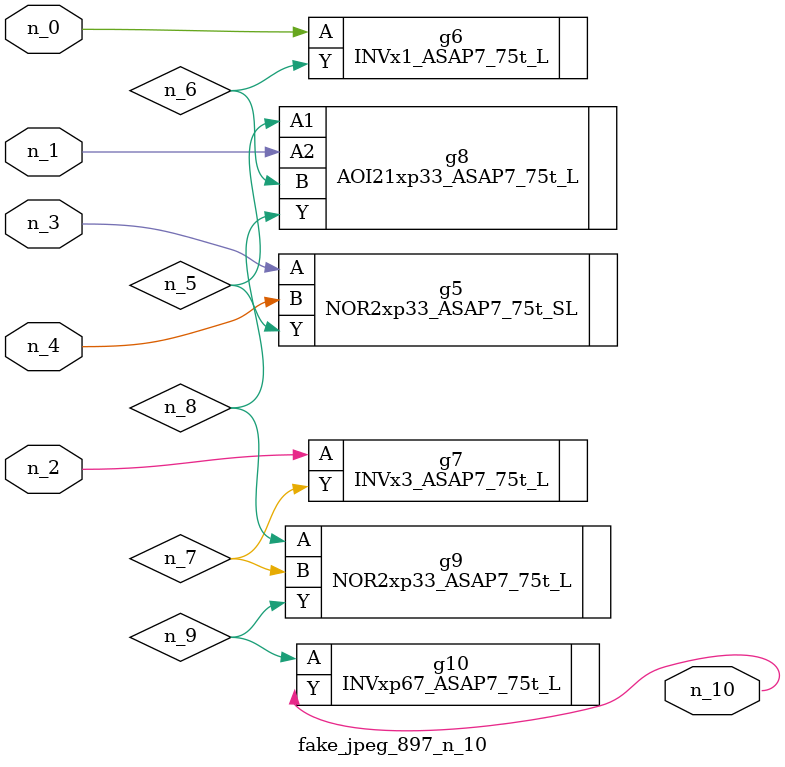
<source format=v>
module fake_jpeg_897_n_10 (n_3, n_2, n_1, n_0, n_4, n_10);

input n_3;
input n_2;
input n_1;
input n_0;
input n_4;

output n_10;

wire n_8;
wire n_9;
wire n_6;
wire n_5;
wire n_7;

NOR2xp33_ASAP7_75t_SL g5 ( 
.A(n_3),
.B(n_4),
.Y(n_5)
);

INVx1_ASAP7_75t_L g6 ( 
.A(n_0),
.Y(n_6)
);

INVx3_ASAP7_75t_L g7 ( 
.A(n_2),
.Y(n_7)
);

AOI21xp33_ASAP7_75t_L g8 ( 
.A1(n_5),
.A2(n_1),
.B(n_6),
.Y(n_8)
);

NOR2xp33_ASAP7_75t_L g9 ( 
.A(n_8),
.B(n_7),
.Y(n_9)
);

INVxp67_ASAP7_75t_L g10 ( 
.A(n_9),
.Y(n_10)
);


endmodule
</source>
